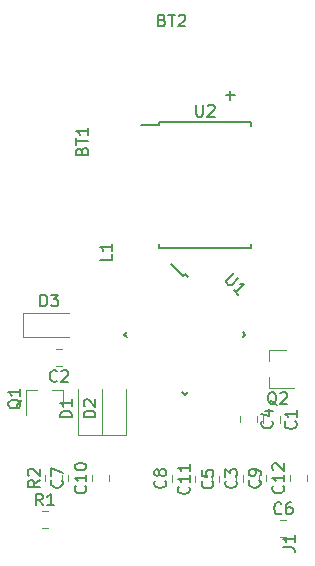
<source format=gbr>
G04 #@! TF.GenerationSoftware,KiCad,Pcbnew,5.0.2-bee76a0~70~ubuntu16.04.1*
G04 #@! TF.CreationDate,2019-03-15T02:00:50+08:00*
G04 #@! TF.ProjectId,OTP-v02,4f54502d-7630-4322-9e6b-696361645f70,v01*
G04 #@! TF.SameCoordinates,Original*
G04 #@! TF.FileFunction,Legend,Top*
G04 #@! TF.FilePolarity,Positive*
%FSLAX46Y46*%
G04 Gerber Fmt 4.6, Leading zero omitted, Abs format (unit mm)*
G04 Created by KiCad (PCBNEW 5.0.2-bee76a0~70~ubuntu16.04.1) date Friday, 15 March, 2019 02:00:50 AM PST*
%MOMM*%
%LPD*%
G01*
G04 APERTURE LIST*
%ADD10C,0.120000*%
%ADD11C,0.150000*%
G04 APERTURE END LIST*
D10*
G04 #@! TO.C,C11*
X122460000Y-93836252D02*
X122460000Y-93313748D01*
X121040000Y-93836252D02*
X121040000Y-93313748D01*
G04 #@! TO.C,C5*
X123040000Y-93836252D02*
X123040000Y-93313748D01*
X124460000Y-93836252D02*
X124460000Y-93313748D01*
G04 #@! TO.C,C1*
X126790000Y-88263748D02*
X126790000Y-88786252D01*
X128210000Y-88263748D02*
X128210000Y-88786252D01*
G04 #@! TO.C,C2*
X109736252Y-82540000D02*
X109213748Y-82540000D01*
X109736252Y-83960000D02*
X109213748Y-83960000D01*
G04 #@! TO.C,C3*
X125040000Y-93786252D02*
X125040000Y-93263748D01*
X126460000Y-93786252D02*
X126460000Y-93263748D01*
G04 #@! TO.C,C4*
X124790000Y-88213748D02*
X124790000Y-88736252D01*
X126210000Y-88213748D02*
X126210000Y-88736252D01*
G04 #@! TO.C,C6*
X128213748Y-97040000D02*
X128736252Y-97040000D01*
X128213748Y-98460000D02*
X128736252Y-98460000D01*
G04 #@! TO.C,C7*
X111710000Y-93761252D02*
X111710000Y-93238748D01*
X110290000Y-93761252D02*
X110290000Y-93238748D01*
G04 #@! TO.C,C9*
X128460000Y-93761252D02*
X128460000Y-93238748D01*
X127040000Y-93761252D02*
X127040000Y-93238748D01*
G04 #@! TO.C,C10*
X112290000Y-93761252D02*
X112290000Y-93238748D01*
X113710000Y-93761252D02*
X113710000Y-93238748D01*
G04 #@! TO.C,C12*
X129040000Y-93761252D02*
X129040000Y-93238748D01*
X130460000Y-93761252D02*
X130460000Y-93238748D01*
G04 #@! TO.C,D1*
X111117973Y-89862500D02*
X113117973Y-89862500D01*
X113117973Y-89862500D02*
X113117973Y-85962500D01*
X111117973Y-89862500D02*
X111117973Y-85962500D01*
G04 #@! TO.C,D2*
X113117973Y-89862500D02*
X113117973Y-85962500D01*
X115117973Y-89862500D02*
X115117973Y-85962500D01*
X113117973Y-89862500D02*
X115117973Y-89862500D01*
G04 #@! TO.C,D3*
X106400000Y-79500000D02*
X106400000Y-81500000D01*
X106400000Y-81500000D02*
X110300000Y-81500000D01*
X106400000Y-79500000D02*
X110300000Y-79500000D01*
G04 #@! TO.C,Q1*
X109830000Y-85990000D02*
X109830000Y-87450000D01*
X106670000Y-85990000D02*
X106670000Y-88150000D01*
X106670000Y-85990000D02*
X107600000Y-85990000D01*
X109830000Y-85990000D02*
X108900000Y-85990000D01*
G04 #@! TO.C,Q2*
X127240000Y-82670000D02*
X127240000Y-83600000D01*
X127240000Y-85830000D02*
X127240000Y-84900000D01*
X127240000Y-85830000D02*
X129400000Y-85830000D01*
X127240000Y-82670000D02*
X128700000Y-82670000D01*
G04 #@! TO.C,R1*
X108013748Y-97710000D02*
X108536252Y-97710000D01*
X108013748Y-96290000D02*
X108536252Y-96290000D01*
G04 #@! TO.C,R2*
X108338524Y-93749888D02*
X108338524Y-93227384D01*
X109758524Y-93749888D02*
X109758524Y-93227384D01*
D11*
G04 #@! TO.C,U1*
X120146268Y-76216800D02*
X119987169Y-76375899D01*
X125272792Y-81343324D02*
X125042982Y-81573134D01*
X120146268Y-86469848D02*
X120376078Y-86240038D01*
X115019744Y-81343324D02*
X115249554Y-81113514D01*
X120146268Y-76216800D02*
X120376078Y-76446610D01*
X115019744Y-81343324D02*
X115249554Y-81573134D01*
X120146268Y-86469848D02*
X119916458Y-86240038D01*
X125272792Y-81343324D02*
X125042982Y-81113514D01*
X119987169Y-76375899D02*
X118979542Y-75368272D01*
G04 #@! TO.C,U2*
X117975000Y-63350000D02*
X117975000Y-63625000D01*
X125725000Y-63350000D02*
X125725000Y-63705000D01*
X125725000Y-74000000D02*
X125725000Y-73645000D01*
X117975000Y-74000000D02*
X117975000Y-73645000D01*
X117975000Y-63350000D02*
X125725000Y-63350000D01*
X117975000Y-74000000D02*
X125725000Y-74000000D01*
X117975000Y-63625000D02*
X116450000Y-63625000D01*
D10*
G04 #@! TO.C,C8*
X119040000Y-93786252D02*
X119040000Y-93263748D01*
X120460000Y-93786252D02*
X120460000Y-93263748D01*
G04 #@! TO.C,J1*
D11*
X128452380Y-99333333D02*
X129166666Y-99333333D01*
X129309523Y-99380952D01*
X129404761Y-99476190D01*
X129452380Y-99619047D01*
X129452380Y-99714285D01*
X129452380Y-98333333D02*
X129452380Y-98904761D01*
X129452380Y-98619047D02*
X128452380Y-98619047D01*
X128595238Y-98714285D01*
X128690476Y-98809523D01*
X128738095Y-98904761D01*
G04 #@! TO.C,C11*
X120457142Y-94217857D02*
X120504761Y-94265476D01*
X120552380Y-94408333D01*
X120552380Y-94503571D01*
X120504761Y-94646428D01*
X120409523Y-94741666D01*
X120314285Y-94789285D01*
X120123809Y-94836904D01*
X119980952Y-94836904D01*
X119790476Y-94789285D01*
X119695238Y-94741666D01*
X119600000Y-94646428D01*
X119552380Y-94503571D01*
X119552380Y-94408333D01*
X119600000Y-94265476D01*
X119647619Y-94217857D01*
X120552380Y-93265476D02*
X120552380Y-93836904D01*
X120552380Y-93551190D02*
X119552380Y-93551190D01*
X119695238Y-93646428D01*
X119790476Y-93741666D01*
X119838095Y-93836904D01*
X120552380Y-92313095D02*
X120552380Y-92884523D01*
X120552380Y-92598809D02*
X119552380Y-92598809D01*
X119695238Y-92694047D01*
X119790476Y-92789285D01*
X119838095Y-92884523D01*
G04 #@! TO.C,C5*
X122457142Y-93741666D02*
X122504761Y-93789285D01*
X122552380Y-93932142D01*
X122552380Y-94027380D01*
X122504761Y-94170238D01*
X122409523Y-94265476D01*
X122314285Y-94313095D01*
X122123809Y-94360714D01*
X121980952Y-94360714D01*
X121790476Y-94313095D01*
X121695238Y-94265476D01*
X121600000Y-94170238D01*
X121552380Y-94027380D01*
X121552380Y-93932142D01*
X121600000Y-93789285D01*
X121647619Y-93741666D01*
X121552380Y-92836904D02*
X121552380Y-93313095D01*
X122028571Y-93360714D01*
X121980952Y-93313095D01*
X121933333Y-93217857D01*
X121933333Y-92979761D01*
X121980952Y-92884523D01*
X122028571Y-92836904D01*
X122123809Y-92789285D01*
X122361904Y-92789285D01*
X122457142Y-92836904D01*
X122504761Y-92884523D01*
X122552380Y-92979761D01*
X122552380Y-93217857D01*
X122504761Y-93313095D01*
X122457142Y-93360714D01*
G04 #@! TO.C,BT1*
X111428571Y-65785714D02*
X111476190Y-65642857D01*
X111523809Y-65595238D01*
X111619047Y-65547619D01*
X111761904Y-65547619D01*
X111857142Y-65595238D01*
X111904761Y-65642857D01*
X111952380Y-65738095D01*
X111952380Y-66119047D01*
X110952380Y-66119047D01*
X110952380Y-65785714D01*
X111000000Y-65690476D01*
X111047619Y-65642857D01*
X111142857Y-65595238D01*
X111238095Y-65595238D01*
X111333333Y-65642857D01*
X111380952Y-65690476D01*
X111428571Y-65785714D01*
X111428571Y-66119047D01*
X110952380Y-65261904D02*
X110952380Y-64690476D01*
X111952380Y-64976190D02*
X110952380Y-64976190D01*
X111952380Y-63833333D02*
X111952380Y-64404761D01*
X111952380Y-64119047D02*
X110952380Y-64119047D01*
X111095238Y-64214285D01*
X111190476Y-64309523D01*
X111238095Y-64404761D01*
G04 #@! TO.C,BT2*
X118224285Y-54718571D02*
X118367142Y-54766190D01*
X118414761Y-54813809D01*
X118462380Y-54909047D01*
X118462380Y-55051904D01*
X118414761Y-55147142D01*
X118367142Y-55194761D01*
X118271904Y-55242380D01*
X117890952Y-55242380D01*
X117890952Y-54242380D01*
X118224285Y-54242380D01*
X118319523Y-54290000D01*
X118367142Y-54337619D01*
X118414761Y-54432857D01*
X118414761Y-54528095D01*
X118367142Y-54623333D01*
X118319523Y-54670952D01*
X118224285Y-54718571D01*
X117890952Y-54718571D01*
X118748095Y-54242380D02*
X119319523Y-54242380D01*
X119033809Y-55242380D02*
X119033809Y-54242380D01*
X119605238Y-54337619D02*
X119652857Y-54290000D01*
X119748095Y-54242380D01*
X119986190Y-54242380D01*
X120081428Y-54290000D01*
X120129047Y-54337619D01*
X120176666Y-54432857D01*
X120176666Y-54528095D01*
X120129047Y-54670952D01*
X119557619Y-55242380D01*
X120176666Y-55242380D01*
X123619047Y-61071428D02*
X124380952Y-61071428D01*
X124000000Y-61452380D02*
X124000000Y-60690476D01*
G04 #@! TO.C,C1*
X129507142Y-88691666D02*
X129554761Y-88739285D01*
X129602380Y-88882142D01*
X129602380Y-88977380D01*
X129554761Y-89120238D01*
X129459523Y-89215476D01*
X129364285Y-89263095D01*
X129173809Y-89310714D01*
X129030952Y-89310714D01*
X128840476Y-89263095D01*
X128745238Y-89215476D01*
X128650000Y-89120238D01*
X128602380Y-88977380D01*
X128602380Y-88882142D01*
X128650000Y-88739285D01*
X128697619Y-88691666D01*
X129602380Y-87739285D02*
X129602380Y-88310714D01*
X129602380Y-88025000D02*
X128602380Y-88025000D01*
X128745238Y-88120238D01*
X128840476Y-88215476D01*
X128888095Y-88310714D01*
G04 #@! TO.C,C2*
X109308333Y-85257142D02*
X109260714Y-85304761D01*
X109117857Y-85352380D01*
X109022619Y-85352380D01*
X108879761Y-85304761D01*
X108784523Y-85209523D01*
X108736904Y-85114285D01*
X108689285Y-84923809D01*
X108689285Y-84780952D01*
X108736904Y-84590476D01*
X108784523Y-84495238D01*
X108879761Y-84400000D01*
X109022619Y-84352380D01*
X109117857Y-84352380D01*
X109260714Y-84400000D01*
X109308333Y-84447619D01*
X109689285Y-84447619D02*
X109736904Y-84400000D01*
X109832142Y-84352380D01*
X110070238Y-84352380D01*
X110165476Y-84400000D01*
X110213095Y-84447619D01*
X110260714Y-84542857D01*
X110260714Y-84638095D01*
X110213095Y-84780952D01*
X109641666Y-85352380D01*
X110260714Y-85352380D01*
G04 #@! TO.C,C3*
X124457142Y-93691666D02*
X124504761Y-93739285D01*
X124552380Y-93882142D01*
X124552380Y-93977380D01*
X124504761Y-94120238D01*
X124409523Y-94215476D01*
X124314285Y-94263095D01*
X124123809Y-94310714D01*
X123980952Y-94310714D01*
X123790476Y-94263095D01*
X123695238Y-94215476D01*
X123600000Y-94120238D01*
X123552380Y-93977380D01*
X123552380Y-93882142D01*
X123600000Y-93739285D01*
X123647619Y-93691666D01*
X123552380Y-93358333D02*
X123552380Y-92739285D01*
X123933333Y-93072619D01*
X123933333Y-92929761D01*
X123980952Y-92834523D01*
X124028571Y-92786904D01*
X124123809Y-92739285D01*
X124361904Y-92739285D01*
X124457142Y-92786904D01*
X124504761Y-92834523D01*
X124552380Y-92929761D01*
X124552380Y-93215476D01*
X124504761Y-93310714D01*
X124457142Y-93358333D01*
G04 #@! TO.C,C4*
X127507142Y-88641666D02*
X127554761Y-88689285D01*
X127602380Y-88832142D01*
X127602380Y-88927380D01*
X127554761Y-89070238D01*
X127459523Y-89165476D01*
X127364285Y-89213095D01*
X127173809Y-89260714D01*
X127030952Y-89260714D01*
X126840476Y-89213095D01*
X126745238Y-89165476D01*
X126650000Y-89070238D01*
X126602380Y-88927380D01*
X126602380Y-88832142D01*
X126650000Y-88689285D01*
X126697619Y-88641666D01*
X126935714Y-87784523D02*
X127602380Y-87784523D01*
X126554761Y-88022619D02*
X127269047Y-88260714D01*
X127269047Y-87641666D01*
G04 #@! TO.C,C6*
X128308333Y-96457142D02*
X128260714Y-96504761D01*
X128117857Y-96552380D01*
X128022619Y-96552380D01*
X127879761Y-96504761D01*
X127784523Y-96409523D01*
X127736904Y-96314285D01*
X127689285Y-96123809D01*
X127689285Y-95980952D01*
X127736904Y-95790476D01*
X127784523Y-95695238D01*
X127879761Y-95600000D01*
X128022619Y-95552380D01*
X128117857Y-95552380D01*
X128260714Y-95600000D01*
X128308333Y-95647619D01*
X129165476Y-95552380D02*
X128975000Y-95552380D01*
X128879761Y-95600000D01*
X128832142Y-95647619D01*
X128736904Y-95790476D01*
X128689285Y-95980952D01*
X128689285Y-96361904D01*
X128736904Y-96457142D01*
X128784523Y-96504761D01*
X128879761Y-96552380D01*
X129070238Y-96552380D01*
X129165476Y-96504761D01*
X129213095Y-96457142D01*
X129260714Y-96361904D01*
X129260714Y-96123809D01*
X129213095Y-96028571D01*
X129165476Y-95980952D01*
X129070238Y-95933333D01*
X128879761Y-95933333D01*
X128784523Y-95980952D01*
X128736904Y-96028571D01*
X128689285Y-96123809D01*
G04 #@! TO.C,C7*
X109707142Y-93666666D02*
X109754761Y-93714285D01*
X109802380Y-93857142D01*
X109802380Y-93952380D01*
X109754761Y-94095238D01*
X109659523Y-94190476D01*
X109564285Y-94238095D01*
X109373809Y-94285714D01*
X109230952Y-94285714D01*
X109040476Y-94238095D01*
X108945238Y-94190476D01*
X108850000Y-94095238D01*
X108802380Y-93952380D01*
X108802380Y-93857142D01*
X108850000Y-93714285D01*
X108897619Y-93666666D01*
X108802380Y-93333333D02*
X108802380Y-92666666D01*
X109802380Y-93095238D01*
G04 #@! TO.C,C9*
X126457142Y-93666666D02*
X126504761Y-93714285D01*
X126552380Y-93857142D01*
X126552380Y-93952380D01*
X126504761Y-94095238D01*
X126409523Y-94190476D01*
X126314285Y-94238095D01*
X126123809Y-94285714D01*
X125980952Y-94285714D01*
X125790476Y-94238095D01*
X125695238Y-94190476D01*
X125600000Y-94095238D01*
X125552380Y-93952380D01*
X125552380Y-93857142D01*
X125600000Y-93714285D01*
X125647619Y-93666666D01*
X126552380Y-93190476D02*
X126552380Y-93000000D01*
X126504761Y-92904761D01*
X126457142Y-92857142D01*
X126314285Y-92761904D01*
X126123809Y-92714285D01*
X125742857Y-92714285D01*
X125647619Y-92761904D01*
X125600000Y-92809523D01*
X125552380Y-92904761D01*
X125552380Y-93095238D01*
X125600000Y-93190476D01*
X125647619Y-93238095D01*
X125742857Y-93285714D01*
X125980952Y-93285714D01*
X126076190Y-93238095D01*
X126123809Y-93190476D01*
X126171428Y-93095238D01*
X126171428Y-92904761D01*
X126123809Y-92809523D01*
X126076190Y-92761904D01*
X125980952Y-92714285D01*
G04 #@! TO.C,C10*
X111707142Y-94142857D02*
X111754761Y-94190476D01*
X111802380Y-94333333D01*
X111802380Y-94428571D01*
X111754761Y-94571428D01*
X111659523Y-94666666D01*
X111564285Y-94714285D01*
X111373809Y-94761904D01*
X111230952Y-94761904D01*
X111040476Y-94714285D01*
X110945238Y-94666666D01*
X110850000Y-94571428D01*
X110802380Y-94428571D01*
X110802380Y-94333333D01*
X110850000Y-94190476D01*
X110897619Y-94142857D01*
X111802380Y-93190476D02*
X111802380Y-93761904D01*
X111802380Y-93476190D02*
X110802380Y-93476190D01*
X110945238Y-93571428D01*
X111040476Y-93666666D01*
X111088095Y-93761904D01*
X110802380Y-92571428D02*
X110802380Y-92476190D01*
X110850000Y-92380952D01*
X110897619Y-92333333D01*
X110992857Y-92285714D01*
X111183333Y-92238095D01*
X111421428Y-92238095D01*
X111611904Y-92285714D01*
X111707142Y-92333333D01*
X111754761Y-92380952D01*
X111802380Y-92476190D01*
X111802380Y-92571428D01*
X111754761Y-92666666D01*
X111707142Y-92714285D01*
X111611904Y-92761904D01*
X111421428Y-92809523D01*
X111183333Y-92809523D01*
X110992857Y-92761904D01*
X110897619Y-92714285D01*
X110850000Y-92666666D01*
X110802380Y-92571428D01*
G04 #@! TO.C,C12*
X128457142Y-94142857D02*
X128504761Y-94190476D01*
X128552380Y-94333333D01*
X128552380Y-94428571D01*
X128504761Y-94571428D01*
X128409523Y-94666666D01*
X128314285Y-94714285D01*
X128123809Y-94761904D01*
X127980952Y-94761904D01*
X127790476Y-94714285D01*
X127695238Y-94666666D01*
X127600000Y-94571428D01*
X127552380Y-94428571D01*
X127552380Y-94333333D01*
X127600000Y-94190476D01*
X127647619Y-94142857D01*
X128552380Y-93190476D02*
X128552380Y-93761904D01*
X128552380Y-93476190D02*
X127552380Y-93476190D01*
X127695238Y-93571428D01*
X127790476Y-93666666D01*
X127838095Y-93761904D01*
X127647619Y-92809523D02*
X127600000Y-92761904D01*
X127552380Y-92666666D01*
X127552380Y-92428571D01*
X127600000Y-92333333D01*
X127647619Y-92285714D01*
X127742857Y-92238095D01*
X127838095Y-92238095D01*
X127980952Y-92285714D01*
X128552380Y-92857142D01*
X128552380Y-92238095D01*
G04 #@! TO.C,D1*
X110570353Y-88350595D02*
X109570353Y-88350595D01*
X109570353Y-88112500D01*
X109617973Y-87969642D01*
X109713211Y-87874404D01*
X109808449Y-87826785D01*
X109998925Y-87779166D01*
X110141782Y-87779166D01*
X110332258Y-87826785D01*
X110427496Y-87874404D01*
X110522734Y-87969642D01*
X110570353Y-88112500D01*
X110570353Y-88350595D01*
X110570353Y-86826785D02*
X110570353Y-87398214D01*
X110570353Y-87112500D02*
X109570353Y-87112500D01*
X109713211Y-87207738D01*
X109808449Y-87302976D01*
X109856068Y-87398214D01*
G04 #@! TO.C,D2*
X112570353Y-88350595D02*
X111570353Y-88350595D01*
X111570353Y-88112500D01*
X111617973Y-87969642D01*
X111713211Y-87874404D01*
X111808449Y-87826785D01*
X111998925Y-87779166D01*
X112141782Y-87779166D01*
X112332258Y-87826785D01*
X112427496Y-87874404D01*
X112522734Y-87969642D01*
X112570353Y-88112500D01*
X112570353Y-88350595D01*
X111665592Y-87398214D02*
X111617973Y-87350595D01*
X111570353Y-87255357D01*
X111570353Y-87017261D01*
X111617973Y-86922023D01*
X111665592Y-86874404D01*
X111760830Y-86826785D01*
X111856068Y-86826785D01*
X111998925Y-86874404D01*
X112570353Y-87445833D01*
X112570353Y-86826785D01*
G04 #@! TO.C,D3*
X107911904Y-78952380D02*
X107911904Y-77952380D01*
X108150000Y-77952380D01*
X108292857Y-78000000D01*
X108388095Y-78095238D01*
X108435714Y-78190476D01*
X108483333Y-78380952D01*
X108483333Y-78523809D01*
X108435714Y-78714285D01*
X108388095Y-78809523D01*
X108292857Y-78904761D01*
X108150000Y-78952380D01*
X107911904Y-78952380D01*
X108816666Y-77952380D02*
X109435714Y-77952380D01*
X109102380Y-78333333D01*
X109245238Y-78333333D01*
X109340476Y-78380952D01*
X109388095Y-78428571D01*
X109435714Y-78523809D01*
X109435714Y-78761904D01*
X109388095Y-78857142D01*
X109340476Y-78904761D01*
X109245238Y-78952380D01*
X108959523Y-78952380D01*
X108864285Y-78904761D01*
X108816666Y-78857142D01*
G04 #@! TO.C,L1*
X113952380Y-74516666D02*
X113952380Y-74992857D01*
X112952380Y-74992857D01*
X113952380Y-73659523D02*
X113952380Y-74230952D01*
X113952380Y-73945238D02*
X112952380Y-73945238D01*
X113095238Y-74040476D01*
X113190476Y-74135714D01*
X113238095Y-74230952D01*
G04 #@! TO.C,Q1*
X106297619Y-86845238D02*
X106250000Y-86940476D01*
X106154761Y-87035714D01*
X106011904Y-87178571D01*
X105964285Y-87273809D01*
X105964285Y-87369047D01*
X106202380Y-87321428D02*
X106154761Y-87416666D01*
X106059523Y-87511904D01*
X105869047Y-87559523D01*
X105535714Y-87559523D01*
X105345238Y-87511904D01*
X105250000Y-87416666D01*
X105202380Y-87321428D01*
X105202380Y-87130952D01*
X105250000Y-87035714D01*
X105345238Y-86940476D01*
X105535714Y-86892857D01*
X105869047Y-86892857D01*
X106059523Y-86940476D01*
X106154761Y-87035714D01*
X106202380Y-87130952D01*
X106202380Y-87321428D01*
X106202380Y-85940476D02*
X106202380Y-86511904D01*
X106202380Y-86226190D02*
X105202380Y-86226190D01*
X105345238Y-86321428D01*
X105440476Y-86416666D01*
X105488095Y-86511904D01*
G04 #@! TO.C,Q2*
X127904761Y-87297619D02*
X127809523Y-87250000D01*
X127714285Y-87154761D01*
X127571428Y-87011904D01*
X127476190Y-86964285D01*
X127380952Y-86964285D01*
X127428571Y-87202380D02*
X127333333Y-87154761D01*
X127238095Y-87059523D01*
X127190476Y-86869047D01*
X127190476Y-86535714D01*
X127238095Y-86345238D01*
X127333333Y-86250000D01*
X127428571Y-86202380D01*
X127619047Y-86202380D01*
X127714285Y-86250000D01*
X127809523Y-86345238D01*
X127857142Y-86535714D01*
X127857142Y-86869047D01*
X127809523Y-87059523D01*
X127714285Y-87154761D01*
X127619047Y-87202380D01*
X127428571Y-87202380D01*
X128238095Y-86297619D02*
X128285714Y-86250000D01*
X128380952Y-86202380D01*
X128619047Y-86202380D01*
X128714285Y-86250000D01*
X128761904Y-86297619D01*
X128809523Y-86392857D01*
X128809523Y-86488095D01*
X128761904Y-86630952D01*
X128190476Y-87202380D01*
X128809523Y-87202380D01*
G04 #@! TO.C,R1*
X108108333Y-95802380D02*
X107775000Y-95326190D01*
X107536904Y-95802380D02*
X107536904Y-94802380D01*
X107917857Y-94802380D01*
X108013095Y-94850000D01*
X108060714Y-94897619D01*
X108108333Y-94992857D01*
X108108333Y-95135714D01*
X108060714Y-95230952D01*
X108013095Y-95278571D01*
X107917857Y-95326190D01*
X107536904Y-95326190D01*
X109060714Y-95802380D02*
X108489285Y-95802380D01*
X108775000Y-95802380D02*
X108775000Y-94802380D01*
X108679761Y-94945238D01*
X108584523Y-95040476D01*
X108489285Y-95088095D01*
G04 #@! TO.C,R2*
X107850904Y-93655302D02*
X107374714Y-93988636D01*
X107850904Y-94226731D02*
X106850904Y-94226731D01*
X106850904Y-93845778D01*
X106898524Y-93750540D01*
X106946143Y-93702921D01*
X107041381Y-93655302D01*
X107184238Y-93655302D01*
X107279476Y-93702921D01*
X107327095Y-93750540D01*
X107374714Y-93845778D01*
X107374714Y-94226731D01*
X106946143Y-93274350D02*
X106898524Y-93226731D01*
X106850904Y-93131493D01*
X106850904Y-92893397D01*
X106898524Y-92798159D01*
X106946143Y-92750540D01*
X107041381Y-92702921D01*
X107136619Y-92702921D01*
X107279476Y-92750540D01*
X107850904Y-93321969D01*
X107850904Y-92702921D01*
G04 #@! TO.C,U1*
X124272741Y-76139354D02*
X123700321Y-76711774D01*
X123666649Y-76812789D01*
X123666649Y-76880133D01*
X123700321Y-76981148D01*
X123835008Y-77115835D01*
X123936023Y-77149507D01*
X124003367Y-77149507D01*
X124104382Y-77115835D01*
X124676802Y-76543415D01*
X124676802Y-77957629D02*
X124272741Y-77553568D01*
X124474771Y-77755598D02*
X125181878Y-77048492D01*
X125013519Y-77082163D01*
X124878832Y-77082163D01*
X124777817Y-77048492D01*
G04 #@! TO.C,U2*
X121088095Y-61877380D02*
X121088095Y-62686904D01*
X121135714Y-62782142D01*
X121183333Y-62829761D01*
X121278571Y-62877380D01*
X121469047Y-62877380D01*
X121564285Y-62829761D01*
X121611904Y-62782142D01*
X121659523Y-62686904D01*
X121659523Y-61877380D01*
X122088095Y-61972619D02*
X122135714Y-61925000D01*
X122230952Y-61877380D01*
X122469047Y-61877380D01*
X122564285Y-61925000D01*
X122611904Y-61972619D01*
X122659523Y-62067857D01*
X122659523Y-62163095D01*
X122611904Y-62305952D01*
X122040476Y-62877380D01*
X122659523Y-62877380D01*
G04 #@! TO.C,C8*
X118457142Y-93691666D02*
X118504761Y-93739285D01*
X118552380Y-93882142D01*
X118552380Y-93977380D01*
X118504761Y-94120238D01*
X118409523Y-94215476D01*
X118314285Y-94263095D01*
X118123809Y-94310714D01*
X117980952Y-94310714D01*
X117790476Y-94263095D01*
X117695238Y-94215476D01*
X117600000Y-94120238D01*
X117552380Y-93977380D01*
X117552380Y-93882142D01*
X117600000Y-93739285D01*
X117647619Y-93691666D01*
X117980952Y-93120238D02*
X117933333Y-93215476D01*
X117885714Y-93263095D01*
X117790476Y-93310714D01*
X117742857Y-93310714D01*
X117647619Y-93263095D01*
X117600000Y-93215476D01*
X117552380Y-93120238D01*
X117552380Y-92929761D01*
X117600000Y-92834523D01*
X117647619Y-92786904D01*
X117742857Y-92739285D01*
X117790476Y-92739285D01*
X117885714Y-92786904D01*
X117933333Y-92834523D01*
X117980952Y-92929761D01*
X117980952Y-93120238D01*
X118028571Y-93215476D01*
X118076190Y-93263095D01*
X118171428Y-93310714D01*
X118361904Y-93310714D01*
X118457142Y-93263095D01*
X118504761Y-93215476D01*
X118552380Y-93120238D01*
X118552380Y-92929761D01*
X118504761Y-92834523D01*
X118457142Y-92786904D01*
X118361904Y-92739285D01*
X118171428Y-92739285D01*
X118076190Y-92786904D01*
X118028571Y-92834523D01*
X117980952Y-92929761D01*
G04 #@! TD*
M02*

</source>
